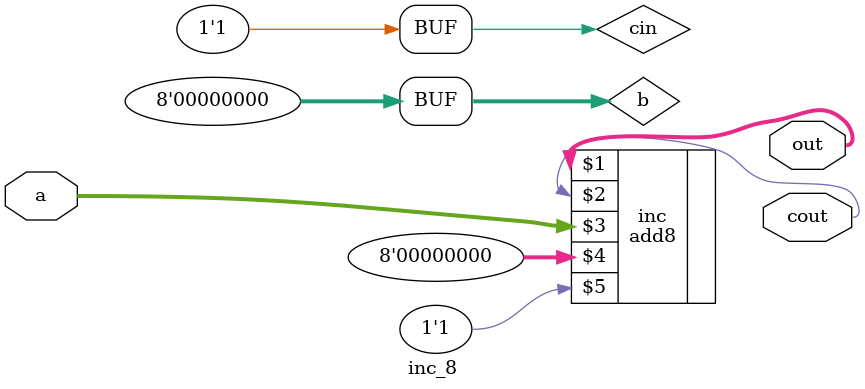
<source format=v>
`timescale 1ns / 1ps


module inc_8(out , cout , a);
input[7:0] a;
output[7:0] out;
output cout;
wire [7:0] b;
wire cin;
assign b = 8'b00000000;
assign cin = 1'b1;
add8 inc(out , cout , a , b , cin);
endmodule

</source>
